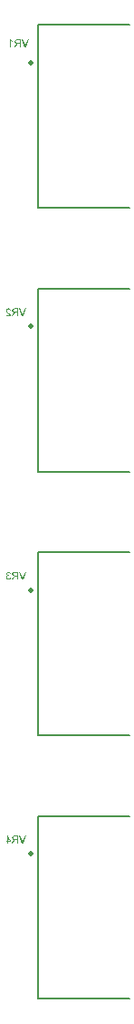
<source format=gbo>
%FSLAX33Y33*%
%MOMM*%
%ADD10C,0.15*%
%ADD11C,0.5*%
D10*
%LNbottom silkscreen_traces*%
%LNbottom silkscreen component 63f92f49c0d789ba*%
G01*
X15500Y74500D02*
X15500Y91500D01*
X24050Y91500D02*
X15500Y91500D01*
X24050Y74500D02*
X15500Y74500D01*
D11*
X14799Y88000D03*
G36*
X14319Y89451D02*
X14597Y90167D01*
X14494Y90167D01*
X14308Y89647D01*
X14297Y89616D01*
X14288Y89586D01*
X14279Y89558D01*
X14271Y89530D01*
X14262Y89559D01*
X14253Y89588D01*
X14243Y89618D01*
X14232Y89647D01*
X14039Y90167D01*
X13942Y90167D01*
X14222Y89451D01*
X14319Y89451D01*
X14319Y89451D01*
X13856Y89451D02*
X13856Y90167D01*
X13538Y90167D01*
X13493Y90166D01*
X13454Y90162D01*
X13420Y90156D01*
X13393Y90148D01*
X13369Y90136D01*
X13348Y90121D01*
X13329Y90102D01*
X13313Y90080D01*
X13300Y90055D01*
X13291Y90028D01*
X13285Y90001D01*
X13283Y89972D01*
X13286Y89935D01*
X13296Y89902D01*
X13311Y89871D01*
X13333Y89843D01*
X13361Y89820D01*
X13395Y89801D01*
X13437Y89786D01*
X13461Y89782D01*
X13476Y89859D01*
X13456Y89865D01*
X13438Y89872D01*
X13423Y89882D01*
X13411Y89894D01*
X13400Y89907D01*
X13392Y89923D01*
X13386Y89938D01*
X13382Y89955D01*
X13381Y89972D01*
X13383Y89996D01*
X13390Y90018D01*
X13402Y90038D01*
X13418Y90055D01*
X13439Y90070D01*
X13465Y90080D01*
X13497Y90086D01*
X13534Y90088D01*
X13761Y90088D01*
X13761Y89851D01*
X13761Y89851D01*
X13557Y89851D01*
X13527Y89852D01*
X13499Y89854D01*
X13476Y89859D01*
X13461Y89782D01*
X13485Y89777D01*
X13467Y89768D01*
X13452Y89759D01*
X13439Y89750D01*
X13428Y89741D01*
X13407Y89721D01*
X13387Y89698D01*
X13368Y89673D01*
X13349Y89646D01*
X13225Y89451D01*
X13344Y89451D01*
X13439Y89600D01*
X13458Y89630D01*
X13476Y89657D01*
X13493Y89680D01*
X13507Y89699D01*
X13520Y89715D01*
X13532Y89728D01*
X13544Y89738D01*
X13555Y89747D01*
X13566Y89753D01*
X13576Y89758D01*
X13587Y89762D01*
X13598Y89766D01*
X13608Y89767D01*
X13619Y89768D01*
X13634Y89769D01*
X13651Y89769D01*
X13761Y89769D01*
X13761Y89451D01*
X13856Y89451D01*
X13856Y89451D01*
X12839Y89451D02*
X12927Y89451D01*
X12927Y90011D01*
X12944Y89996D01*
X12964Y89981D01*
X12986Y89966D01*
X13011Y89951D01*
X13036Y89937D01*
X13059Y89924D01*
X13082Y89914D01*
X13103Y89905D01*
X13103Y89990D01*
X13067Y90009D01*
X13034Y90029D01*
X13003Y90051D01*
X12974Y90074D01*
X12949Y90099D01*
X12927Y90123D01*
X12910Y90147D01*
X12896Y90170D01*
X12839Y90170D01*
X12839Y89451D01*
X12839Y89451D01*
G37*
%LNbottom silkscreen component f7b1e4ff4598025d*%
D10*
X15500Y50000D02*
X15500Y67000D01*
X24050Y67000D02*
X15500Y67000D01*
X24050Y50000D02*
X15500Y50000D01*
D11*
X14799Y63500D03*
G36*
X14069Y64451D02*
X14347Y65167D01*
X14244Y65167D01*
X14058Y64647D01*
X14047Y64616D01*
X14038Y64586D01*
X14029Y64558D01*
X14021Y64530D01*
X14012Y64559D01*
X14003Y64588D01*
X13993Y64618D01*
X13982Y64647D01*
X13789Y65167D01*
X13692Y65167D01*
X13972Y64451D01*
X14069Y64451D01*
X14069Y64451D01*
X13606Y64451D02*
X13606Y65167D01*
X13288Y65167D01*
X13243Y65166D01*
X13204Y65162D01*
X13170Y65156D01*
X13143Y65148D01*
X13119Y65136D01*
X13098Y65121D01*
X13079Y65102D01*
X13063Y65080D01*
X13050Y65055D01*
X13041Y65028D01*
X13035Y65001D01*
X13033Y64972D01*
X13036Y64935D01*
X13046Y64902D01*
X13061Y64871D01*
X13083Y64843D01*
X13111Y64820D01*
X13145Y64801D01*
X13187Y64786D01*
X13211Y64782D01*
X13226Y64859D01*
X13206Y64865D01*
X13188Y64872D01*
X13173Y64882D01*
X13161Y64894D01*
X13150Y64907D01*
X13142Y64923D01*
X13136Y64938D01*
X13132Y64955D01*
X13131Y64972D01*
X13133Y64996D01*
X13140Y65018D01*
X13152Y65038D01*
X13168Y65055D01*
X13189Y65070D01*
X13215Y65080D01*
X13247Y65086D01*
X13284Y65088D01*
X13511Y65088D01*
X13511Y64851D01*
X13511Y64851D01*
X13307Y64851D01*
X13277Y64852D01*
X13249Y64854D01*
X13226Y64859D01*
X13211Y64782D01*
X13235Y64777D01*
X13217Y64768D01*
X13202Y64759D01*
X13189Y64750D01*
X13178Y64741D01*
X13157Y64721D01*
X13137Y64698D01*
X13118Y64673D01*
X13099Y64646D01*
X12975Y64451D01*
X13094Y64451D01*
X13189Y64600D01*
X13208Y64630D01*
X13226Y64657D01*
X13243Y64680D01*
X13257Y64699D01*
X13270Y64715D01*
X13282Y64728D01*
X13294Y64738D01*
X13305Y64747D01*
X13316Y64753D01*
X13326Y64758D01*
X13337Y64762D01*
X13348Y64766D01*
X13358Y64767D01*
X13369Y64768D01*
X13384Y64769D01*
X13401Y64769D01*
X13511Y64769D01*
X13511Y64451D01*
X13606Y64451D01*
X13606Y64451D01*
X12459Y64536D02*
X12459Y64451D01*
X12932Y64451D01*
X12931Y64467D01*
X12930Y64482D01*
X12926Y64497D01*
X12921Y64512D01*
X12911Y64536D01*
X12898Y64560D01*
X12882Y64584D01*
X12864Y64607D01*
X12842Y64632D01*
X12815Y64658D01*
X12784Y64686D01*
X12749Y64716D01*
X12695Y64761D01*
X12651Y64802D01*
X12616Y64837D01*
X12591Y64867D01*
X12573Y64895D01*
X12560Y64922D01*
X12552Y64948D01*
X12550Y64973D01*
X12552Y64998D01*
X12559Y65021D01*
X12571Y65042D01*
X12587Y65061D01*
X12607Y65077D01*
X12630Y65088D01*
X12656Y65095D01*
X12685Y65097D01*
X12715Y65095D01*
X12742Y65088D01*
X12766Y65076D01*
X12786Y65059D01*
X12803Y65038D01*
X12815Y65014D01*
X12822Y64986D01*
X12825Y64954D01*
X12915Y64963D01*
X12907Y65010D01*
X12893Y65052D01*
X12872Y65087D01*
X12845Y65117D01*
X12812Y65140D01*
X12774Y65157D01*
X12731Y65167D01*
X12683Y65170D01*
X12634Y65166D01*
X12590Y65156D01*
X12552Y65138D01*
X12520Y65113D01*
X12493Y65083D01*
X12475Y65049D01*
X12463Y65012D01*
X12460Y64971D01*
X12461Y64950D01*
X12464Y64929D01*
X12469Y64908D01*
X12477Y64887D01*
X12487Y64866D01*
X12501Y64844D01*
X12517Y64822D01*
X12536Y64799D01*
X12559Y64774D01*
X12590Y64745D01*
X12627Y64711D01*
X12671Y64673D01*
X12707Y64643D01*
X12736Y64618D01*
X12758Y64598D01*
X12773Y64583D01*
X12783Y64571D01*
X12793Y64560D01*
X12802Y64548D01*
X12810Y64536D01*
X12459Y64536D01*
X12459Y64536D01*
G37*
%LNbottom silkscreen component 06eb1e308c3147ac*%
D10*
X15500Y25500D02*
X15500Y42500D01*
X24050Y42500D02*
X15500Y42500D01*
X24050Y25500D02*
X15500Y25500D01*
D11*
X14799Y39000D03*
G36*
X14069Y39951D02*
X14347Y40667D01*
X14244Y40667D01*
X14058Y40147D01*
X14047Y40116D01*
X14038Y40086D01*
X14029Y40058D01*
X14021Y40030D01*
X14012Y40059D01*
X14003Y40088D01*
X13993Y40118D01*
X13982Y40147D01*
X13789Y40667D01*
X13692Y40667D01*
X13972Y39951D01*
X14069Y39951D01*
X14069Y39951D01*
X13606Y39951D02*
X13606Y40667D01*
X13288Y40667D01*
X13243Y40666D01*
X13204Y40662D01*
X13170Y40656D01*
X13143Y40648D01*
X13119Y40636D01*
X13098Y40621D01*
X13079Y40602D01*
X13063Y40580D01*
X13050Y40555D01*
X13041Y40528D01*
X13035Y40501D01*
X13033Y40472D01*
X13036Y40435D01*
X13046Y40402D01*
X13061Y40371D01*
X13083Y40343D01*
X13111Y40320D01*
X13145Y40301D01*
X13187Y40286D01*
X13211Y40282D01*
X13226Y40359D01*
X13206Y40365D01*
X13188Y40372D01*
X13173Y40382D01*
X13161Y40394D01*
X13150Y40407D01*
X13142Y40423D01*
X13136Y40438D01*
X13132Y40455D01*
X13131Y40472D01*
X13133Y40496D01*
X13140Y40518D01*
X13152Y40538D01*
X13168Y40555D01*
X13189Y40570D01*
X13215Y40580D01*
X13247Y40586D01*
X13284Y40588D01*
X13511Y40588D01*
X13511Y40351D01*
X13511Y40351D01*
X13307Y40351D01*
X13277Y40352D01*
X13249Y40354D01*
X13226Y40359D01*
X13211Y40282D01*
X13235Y40277D01*
X13217Y40268D01*
X13202Y40259D01*
X13189Y40250D01*
X13178Y40241D01*
X13157Y40221D01*
X13137Y40198D01*
X13118Y40173D01*
X13099Y40146D01*
X12975Y39951D01*
X13094Y39951D01*
X13189Y40100D01*
X13208Y40130D01*
X13226Y40157D01*
X13243Y40180D01*
X13257Y40199D01*
X13270Y40215D01*
X13282Y40228D01*
X13294Y40238D01*
X13305Y40247D01*
X13316Y40253D01*
X13326Y40258D01*
X13337Y40262D01*
X13348Y40266D01*
X13358Y40267D01*
X13369Y40268D01*
X13384Y40269D01*
X13401Y40269D01*
X13511Y40269D01*
X13511Y39951D01*
X13606Y39951D01*
X13606Y39951D01*
X12920Y40140D02*
X12832Y40152D01*
X12823Y40117D01*
X12812Y40088D01*
X12797Y40063D01*
X12781Y40044D01*
X12761Y40030D01*
X12740Y40019D01*
X12717Y40013D01*
X12692Y40011D01*
X12662Y40014D01*
X12635Y40022D01*
X12610Y40035D01*
X12587Y40054D01*
X12569Y40077D01*
X12555Y40102D01*
X12547Y40130D01*
X12545Y40161D01*
X12547Y40190D01*
X12554Y40216D01*
X12567Y40240D01*
X12584Y40261D01*
X12605Y40278D01*
X12629Y40290D01*
X12655Y40297D01*
X12685Y40300D01*
X12698Y40299D01*
X12713Y40297D01*
X12729Y40294D01*
X12747Y40290D01*
X12737Y40367D01*
X12733Y40367D01*
X12729Y40366D01*
X12726Y40366D01*
X12723Y40366D01*
X12695Y40368D01*
X12669Y40374D01*
X12645Y40383D01*
X12622Y40396D01*
X12602Y40412D01*
X12588Y40433D01*
X12580Y40457D01*
X12577Y40486D01*
X12579Y40509D01*
X12585Y40530D01*
X12595Y40549D01*
X12609Y40566D01*
X12627Y40580D01*
X12647Y40590D01*
X12669Y40596D01*
X12694Y40598D01*
X12719Y40596D01*
X12741Y40590D01*
X12761Y40580D01*
X12779Y40565D01*
X12795Y40547D01*
X12807Y40525D01*
X12817Y40499D01*
X12823Y40469D01*
X12911Y40484D01*
X12901Y40526D01*
X12885Y40563D01*
X12864Y40595D01*
X12838Y40621D01*
X12808Y40643D01*
X12774Y40658D01*
X12737Y40667D01*
X12696Y40670D01*
X12667Y40668D01*
X12640Y40664D01*
X12613Y40656D01*
X12588Y40645D01*
X12565Y40631D01*
X12544Y40615D01*
X12527Y40597D01*
X12513Y40576D01*
X12501Y40554D01*
X12493Y40531D01*
X12488Y40508D01*
X12486Y40484D01*
X12488Y40461D01*
X12493Y40440D01*
X12500Y40419D01*
X12511Y40399D01*
X12525Y40381D01*
X12542Y40365D01*
X12562Y40351D01*
X12585Y40339D01*
X12555Y40330D01*
X12529Y40316D01*
X12506Y40299D01*
X12486Y40278D01*
X12471Y40254D01*
X12460Y40226D01*
X12453Y40196D01*
X12451Y40163D01*
X12456Y40118D01*
X12468Y40076D01*
X12490Y40038D01*
X12520Y40004D01*
X12556Y39975D01*
X12597Y39955D01*
X12642Y39943D01*
X12692Y39939D01*
X12738Y39942D01*
X12779Y39953D01*
X12816Y39970D01*
X12849Y39995D01*
X12877Y40025D01*
X12898Y40059D01*
X12912Y40098D01*
X12920Y40140D01*
X12920Y40140D01*
G37*
%LNbottom silkscreen component a69faa7c95684c53*%
D10*
X15500Y1000D02*
X15500Y18000D01*
X24050Y18000D02*
X15500Y18000D01*
X24050Y1000D02*
X15500Y1000D01*
D11*
X14799Y14500D03*
G36*
X14069Y15451D02*
X14347Y16167D01*
X14244Y16167D01*
X14058Y15647D01*
X14047Y15616D01*
X14038Y15586D01*
X14029Y15558D01*
X14021Y15530D01*
X14012Y15559D01*
X14003Y15588D01*
X13993Y15618D01*
X13982Y15647D01*
X13789Y16167D01*
X13692Y16167D01*
X13972Y15451D01*
X14069Y15451D01*
X14069Y15451D01*
X13606Y15451D02*
X13606Y16167D01*
X13288Y16167D01*
X13243Y16166D01*
X13204Y16162D01*
X13170Y16156D01*
X13143Y16148D01*
X13119Y16136D01*
X13098Y16121D01*
X13079Y16102D01*
X13063Y16080D01*
X13050Y16055D01*
X13041Y16028D01*
X13035Y16001D01*
X13033Y15972D01*
X13036Y15935D01*
X13046Y15902D01*
X13061Y15871D01*
X13083Y15843D01*
X13111Y15820D01*
X13145Y15801D01*
X13187Y15786D01*
X13211Y15782D01*
X13226Y15859D01*
X13206Y15865D01*
X13188Y15872D01*
X13173Y15882D01*
X13161Y15894D01*
X13150Y15907D01*
X13142Y15923D01*
X13136Y15938D01*
X13132Y15955D01*
X13131Y15972D01*
X13133Y15996D01*
X13140Y16018D01*
X13152Y16038D01*
X13168Y16055D01*
X13189Y16070D01*
X13215Y16080D01*
X13247Y16086D01*
X13284Y16088D01*
X13511Y16088D01*
X13511Y15851D01*
X13511Y15851D01*
X13307Y15851D01*
X13277Y15852D01*
X13249Y15854D01*
X13226Y15859D01*
X13211Y15782D01*
X13235Y15777D01*
X13217Y15768D01*
X13202Y15759D01*
X13189Y15750D01*
X13178Y15741D01*
X13157Y15721D01*
X13137Y15698D01*
X13118Y15673D01*
X13099Y15646D01*
X12975Y15451D01*
X13094Y15451D01*
X13189Y15600D01*
X13208Y15630D01*
X13226Y15657D01*
X13243Y15680D01*
X13257Y15699D01*
X13270Y15715D01*
X13282Y15728D01*
X13294Y15738D01*
X13305Y15747D01*
X13316Y15753D01*
X13326Y15758D01*
X13337Y15762D01*
X13348Y15766D01*
X13358Y15767D01*
X13369Y15768D01*
X13384Y15769D01*
X13401Y15769D01*
X13511Y15769D01*
X13511Y15451D01*
X13606Y15451D01*
X13606Y15451D01*
X12639Y15451D02*
X12639Y15623D01*
X12949Y15623D01*
X12949Y15703D01*
X12694Y16065D01*
X12639Y16026D01*
X12863Y15703D01*
X12639Y15703D01*
X12639Y15703D01*
X12639Y16026D01*
X12694Y16065D01*
X12623Y16167D01*
X12551Y16167D01*
X12551Y15703D01*
X12454Y15703D01*
X12454Y15623D01*
X12551Y15623D01*
X12551Y15451D01*
X12639Y15451D01*
X12639Y15451D01*
G37*
M02*
</source>
